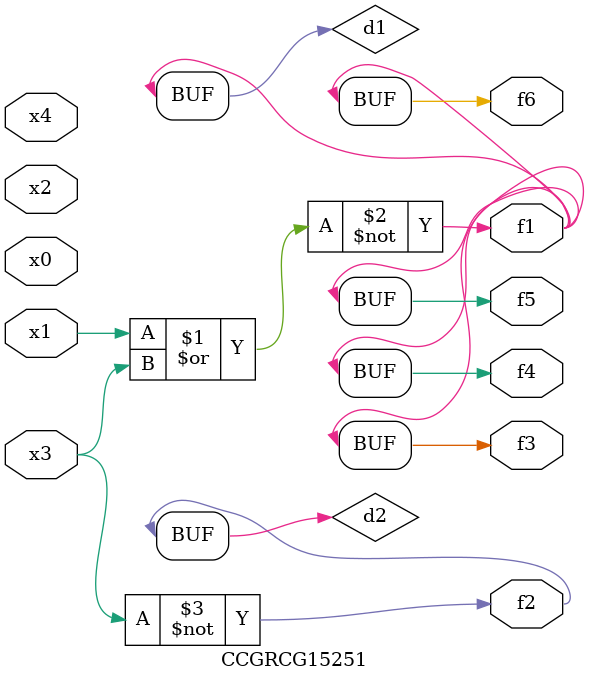
<source format=v>
module CCGRCG15251(
	input x0, x1, x2, x3, x4,
	output f1, f2, f3, f4, f5, f6
);

	wire d1, d2;

	nor (d1, x1, x3);
	not (d2, x3);
	assign f1 = d1;
	assign f2 = d2;
	assign f3 = d1;
	assign f4 = d1;
	assign f5 = d1;
	assign f6 = d1;
endmodule

</source>
